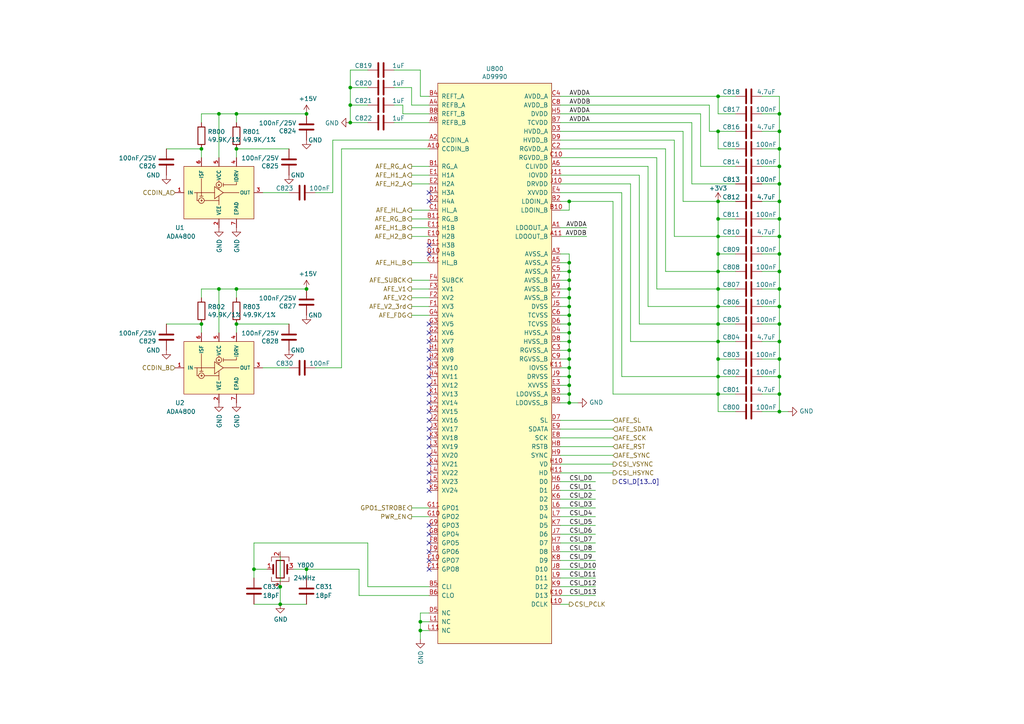
<source format=kicad_sch>
(kicad_sch (version 20210621) (generator eeschema)
  (paper "A4")
  (title_block (title "Sitina Ne") (rev "R0P2") (company "ZephRay"))
  (lib_symbols
    (symbol "Device:C" (pin_numbers hide) (pin_names (offset 0.254))
      (property "Reference" "C" (at 0.635 2.54 0))
      (property "Value" "C" (at 0.635 -2.54 0))
      (symbol "C_0_1"
        (polyline (pts (xy -2.032 -0.762) (xy 2.032 -0.762)) (stroke (width 0.508)))
        (polyline (pts (xy -2.032 0.762) (xy 2.032 0.762)) (stroke (width 0.508)))
      )
      (symbol "C_1_1"
        (pin passive line (at 0 3.81 270) (length 2.794) (name "~") (number "1"))
        (pin passive line (at 0 -3.81 90) (length 2.794) (name "~") (number "2"))
      )
    )
    (symbol "Device:Crystal_GND24" (pin_names (offset 1.016) hide)
      (property "Reference" "Y" (at 3.175 5.08 0))
      (property "Value" "Crystal_GND24" (at 3.175 3.175 0))
      (symbol "Crystal_GND24_0_1"
        (rectangle (start -1.143 2.54) (end 1.143 -2.54) (stroke (width 0.3048)))
        (polyline (pts (xy -2.54 0) (xy -2.032 0)))
        (polyline (pts (xy -2.032 -1.27) (xy -2.032 1.27)) (stroke (width 0.508)))
        (polyline (pts (xy 0 -3.81) (xy 0 -3.556)))
        (polyline (pts (xy 0 3.556) (xy 0 3.81)))
        (polyline (pts (xy 2.032 -1.27) (xy 2.032 1.27)) (stroke (width 0.508)))
        (polyline (pts (xy 2.032 0) (xy 2.54 0)))
        (polyline (pts (xy -2.54 -2.286) (xy -2.54 -3.556) (xy 2.54 -3.556) (xy 2.54 -2.286)))
        (polyline (pts (xy -2.54 2.286) (xy -2.54 3.556) (xy 2.54 3.556) (xy 2.54 2.286)))
      )
      (symbol "Crystal_GND24_1_1"
        (pin passive line (at -3.81 0 0) (length 1.27) (name "1") (number "1"))
        (pin passive line (at 0 5.08 270) (length 1.27) (name "2") (number "2"))
        (pin passive line (at 3.81 0 180) (length 1.27) (name "3") (number "3"))
        (pin passive line (at 0 -5.08 90) (length 1.27) (name "4") (number "4"))
      )
    )
    (symbol "Device:R" (pin_numbers hide) (pin_names (offset 0))
      (property "Reference" "R" (at 2.032 0 90))
      (property "Value" "R" (at 0 0 90))
      (symbol "R_0_1"
        (rectangle (start -1.016 -2.54) (end 1.016 2.54) (stroke (width 0.254)))
      )
      (symbol "R_1_1"
        (pin passive line (at 0 3.81 270) (length 1.27) (name "~") (number "1"))
        (pin passive line (at 0 -3.81 90) (length 1.27) (name "~") (number "2"))
      )
    )
    (symbol "Sitina:AD9990" (pin_names (offset 1.016))
      (property "Reference" "U" (at -13.97 40.64 0))
      (property "Value" "AD9990" (at 2.54 40.64 0))
      (symbol "AD9990_0_1"
        (rectangle (start -15.24 39.37) (end 17.78 -123.19) (fill (type background)))
      )
      (symbol "AD9990_1_1"
        (pin power_out line (at 20.32 -2.54 180) (length 2.54) (name "LDOOUT_A") (number "A1"))
        (pin input line (at -17.78 20.32 0) (length 2.54) (name "CCDIN_B") (number "A10"))
        (pin power_out line (at 20.32 -5.08 180) (length 2.54) (name "LDOOUT_B") (number "A11"))
        (pin input line (at -17.78 22.86 0) (length 2.54) (name "CCDIN_A") (number "A2"))
        (pin power_in line (at 20.32 -10.16 180) (length 2.54) (name "AVSS_A") (number "A3"))
        (pin output line (at -17.78 33.02 0) (length 2.54) (name "REFB_A") (number "A4"))
        (pin power_in line (at 20.32 -12.7 180) (length 2.54) (name "AVSS_A") (number "A5"))
        (pin power_in line (at 20.32 15.24 180) (length 2.54) (name "CLIVDD") (number "A6"))
        (pin power_in line (at 20.32 -17.78 180) (length 2.54) (name "AVSS_B") (number "A7"))
        (pin output line (at -17.78 27.94 0) (length 2.54) (name "REFB_B") (number "A8"))
        (pin power_in line (at 20.32 -20.32 180) (length 2.54) (name "AVSS_B") (number "A9"))
        (pin output line (at -17.78 15.24 0) (length 2.54) (name "RG_A") (number "B1"))
        (pin power_in line (at 20.32 2.54 180) (length 2.54) (name "LDOIN_B") (number "B10"))
        (pin output line (at -17.78 0 0) (length 2.54) (name "RG_B") (number "B11"))
        (pin power_in line (at 20.32 5.08 180) (length 2.54) (name "LDOIN_A") (number "B2"))
        (pin power_in line (at 20.32 -50.8 180) (length 2.54) (name "LDOVSS_A") (number "B3"))
        (pin output line (at -17.78 35.56 0) (length 2.54) (name "REFT_A") (number "B4"))
        (pin input line (at -17.78 -106.68 0) (length 2.54) (name "CLI") (number "B5"))
        (pin output line (at -17.78 -109.22 0) (length 2.54) (name "CLO") (number "B6"))
        (pin power_in line (at 20.32 27.94 180) (length 2.54) (name "TCVDD") (number "B7"))
        (pin output line (at -17.78 30.48 0) (length 2.54) (name "REFT_B") (number "B8"))
        (pin power_in line (at 20.32 -53.34 180) (length 2.54) (name "LDOVSS_B") (number "B9"))
        (pin output line (at -17.78 2.54 0) (length 2.54) (name "HL_A") (number "C1"))
        (pin power_in line (at 20.32 17.78 180) (length 2.54) (name "RGVDD_B") (number "C10"))
        (pin output line (at -17.78 -12.7 0) (length 2.54) (name "HL_B") (number "C11"))
        (pin power_in line (at 20.32 20.32 180) (length 2.54) (name "RGVDD_A") (number "C2"))
        (pin power_in line (at 20.32 -38.1 180) (length 2.54) (name "RGVSS_A") (number "C3"))
        (pin power_in line (at 20.32 35.56 180) (length 2.54) (name "AVDD_A") (number "C4"))
        (pin power_in line (at 20.32 -15.24 180) (length 2.54) (name "AVSS_A") (number "C5"))
        (pin power_in line (at 20.32 -27.94 180) (length 2.54) (name "TCVSS") (number "C6"))
        (pin power_in line (at 20.32 -22.86 180) (length 2.54) (name "AVSS_B") (number "C7"))
        (pin power_in line (at 20.32 33.02 180) (length 2.54) (name "AVDD_B") (number "C8"))
        (pin power_in line (at 20.32 -40.64 180) (length 2.54) (name "RGVSS_B") (number "C9"))
        (pin output line (at -17.78 7.62 0) (length 2.54) (name "H3A") (number "D1"))
        (pin output line (at -17.78 -10.16 0) (length 2.54) (name "H4B") (number "D10"))
        (pin output line (at -17.78 -7.62 0) (length 2.54) (name "H3B") (number "D11"))
        (pin output line (at -17.78 5.08 0) (length 2.54) (name "H4A") (number "D2"))
        (pin power_in line (at 20.32 25.4 180) (length 2.54) (name "HVDD_A") (number "D3"))
        (pin power_in line (at 20.32 -33.02 180) (length 2.54) (name "HVSS_A") (number "D4"))
        (pin unspecified line (at -17.78 -114.3 0) (length 2.54) (name "NC") (number "D5"))
        (pin power_in line (at 20.32 -30.48 180) (length 2.54) (name "TCVSS") (number "D6"))
        (pin input line (at 20.32 -58.42 180) (length 2.54) (name "SL") (number "D7"))
        (pin power_in line (at 20.32 -35.56 180) (length 2.54) (name "HVSS_B") (number "D8"))
        (pin power_in line (at 20.32 22.86 180) (length 2.54) (name "HVDD_B") (number "D9"))
        (pin output line (at -17.78 12.7 0) (length 2.54) (name "H1A") (number "E1"))
        (pin output line (at -17.78 -5.08 0) (length 2.54) (name "H2B") (number "E10"))
        (pin output line (at -17.78 -2.54 0) (length 2.54) (name "H1B") (number "E11"))
        (pin output line (at -17.78 10.16 0) (length 2.54) (name "H2A") (number "E2"))
        (pin power_in line (at 20.32 -48.26 180) (length 2.54) (name "XVVSS") (number "E3"))
        (pin power_in line (at 20.32 7.62 180) (length 2.54) (name "XVVDD") (number "E4"))
        (pin input line (at 20.32 -63.5 180) (length 2.54) (name "SCK") (number "E8"))
        (pin input line (at 20.32 -60.96 180) (length 2.54) (name "SDATA") (number "E9"))
        (pin output line (at -17.78 -25.4 0) (length 2.54) (name "XV3") (number "F1"))
        (pin output line (at -17.78 -99.06 0) (length 2.54) (name "GPO7") (number "F10"))
        (pin output line (at -17.78 -101.6 0) (length 2.54) (name "GPO8") (number "F11"))
        (pin output line (at -17.78 -22.86 0) (length 2.54) (name "XV2") (number "F2"))
        (pin output line (at -17.78 -20.32 0) (length 2.54) (name "XV1") (number "F3"))
        (pin output line (at -17.78 -17.78 0) (length 2.54) (name "SUBCK") (number "F4"))
        (pin output line (at -17.78 -93.98 0) (length 2.54) (name "GPO5") (number "F8"))
        (pin output line (at -17.78 -96.52 0) (length 2.54) (name "GPO6") (number "F9"))
        (pin output line (at -17.78 -35.56 0) (length 2.54) (name "XV7") (number "G1"))
        (pin output line (at -17.78 -86.36 0) (length 2.54) (name "GPO2") (number "G10"))
        (pin output line (at -17.78 -83.82 0) (length 2.54) (name "GPO1") (number "G11"))
        (pin output line (at -17.78 -33.02 0) (length 2.54) (name "XV6") (number "G2"))
        (pin output line (at -17.78 -30.48 0) (length 2.54) (name "XV5") (number "G3"))
        (pin output line (at -17.78 -27.94 0) (length 2.54) (name "XV4") (number "G4"))
        (pin output line (at -17.78 -91.44 0) (length 2.54) (name "GPO4") (number "G8"))
        (pin output line (at -17.78 -88.9 0) (length 2.54) (name "GPO3") (number "G9"))
        (pin output line (at -17.78 -38.1 0) (length 2.54) (name "XV8") (number "H1"))
        (pin output line (at 20.32 -71.12 180) (length 2.54) (name "VD") (number "H10"))
        (pin output line (at 20.32 -73.66 180) (length 2.54) (name "HD") (number "H11"))
        (pin output line (at -17.78 -40.64 0) (length 2.54) (name "XV9") (number "H2"))
        (pin output line (at -17.78 -43.18 0) (length 2.54) (name "XV10") (number "H3"))
        (pin output line (at -17.78 -45.72 0) (length 2.54) (name "XV11") (number "H4"))
        (pin power_in line (at 20.32 30.48 180) (length 2.54) (name "DVDD") (number "H5"))
        (pin output line (at 20.32 -76.2 180) (length 2.54) (name "D0") (number "H6"))
        (pin output line (at 20.32 -93.98 180) (length 2.54) (name "D7") (number "H7"))
        (pin input line (at 20.32 -66.04 180) (length 2.54) (name "RSTB") (number "H8"))
        (pin input line (at 20.32 -68.58 180) (length 2.54) (name "SYNC") (number "H9"))
        (pin output line (at -17.78 -48.26 0) (length 2.54) (name "XV12") (number "J1"))
        (pin power_in line (at 20.32 10.16 180) (length 2.54) (name "DRVDD") (number "J10"))
        (pin power_in line (at 20.32 12.7 180) (length 2.54) (name "IOVDD") (number "J11"))
        (pin output line (at -17.78 -58.42 0) (length 2.54) (name "XV16") (number "J2"))
        (pin output line (at -17.78 -60.96 0) (length 2.54) (name "XV17") (number "J3"))
        (pin output line (at -17.78 -68.58 0) (length 2.54) (name "XV20") (number "J4"))
        (pin power_in line (at 20.32 -25.4 180) (length 2.54) (name "DVSS") (number "J5"))
        (pin output line (at 20.32 -78.74 180) (length 2.54) (name "D1") (number "J6"))
        (pin output line (at 20.32 -91.44 180) (length 2.54) (name "D6") (number "J7"))
        (pin output line (at 20.32 -101.6 180) (length 2.54) (name "D10") (number "J8"))
        (pin power_in line (at 20.32 -45.72 180) (length 2.54) (name "DRVSS") (number "J9"))
        (pin output line (at -17.78 -50.8 0) (length 2.54) (name "XV13") (number "K1"))
        (pin output line (at 20.32 -109.22 180) (length 2.54) (name "D13") (number "K10"))
        (pin power_in line (at 20.32 -43.18 180) (length 2.54) (name "IOVSS") (number "K11"))
        (pin output line (at -17.78 -55.88 0) (length 2.54) (name "XV15") (number "K2"))
        (pin output line (at -17.78 -63.5 0) (length 2.54) (name "XV18") (number "K3"))
        (pin output line (at -17.78 -71.12 0) (length 2.54) (name "XV21") (number "K4"))
        (pin output line (at -17.78 -78.74 0) (length 2.54) (name "XV24") (number "K5"))
        (pin output line (at 20.32 -81.28 180) (length 2.54) (name "D2") (number "K6"))
        (pin output line (at 20.32 -88.9 180) (length 2.54) (name "D5") (number "K7"))
        (pin output line (at 20.32 -99.06 180) (length 2.54) (name "D9") (number "K8"))
        (pin output line (at 20.32 -106.68 180) (length 2.54) (name "D12") (number "K9"))
        (pin unspecified line (at -17.78 -116.84 0) (length 2.54) (name "NC") (number "L1"))
        (pin output line (at 20.32 -111.76 180) (length 2.54) (name "DCLK") (number "L10"))
        (pin unspecified line (at -17.78 -119.38 0) (length 2.54) (name "NC") (number "L11"))
        (pin output line (at -17.78 -53.34 0) (length 2.54) (name "XV14") (number "L2"))
        (pin output line (at -17.78 -66.04 0) (length 2.54) (name "XV19") (number "L3"))
        (pin output line (at -17.78 -73.66 0) (length 2.54) (name "XV22") (number "L4"))
        (pin output line (at -17.78 -76.2 0) (length 2.54) (name "XV23") (number "L5"))
        (pin output line (at 20.32 -83.82 180) (length 2.54) (name "D3") (number "L6"))
        (pin output line (at 20.32 -86.36 180) (length 2.54) (name "D4") (number "L7"))
        (pin output line (at 20.32 -96.52 180) (length 2.54) (name "D8") (number "L8"))
        (pin output line (at 20.32 -104.14 180) (length 2.54) (name "D11") (number "L9"))
      )
    )
    (symbol "Sitina:ADA4800" (pin_names (offset 1.016))
      (property "Reference" "U" (at 0 0 0))
      (property "Value" "ADA4800" (at 0 -2.54 0))
      (symbol "ADA4800_0_1"
        (rectangle (start -10.16 -10.16) (end 10.16 -25.4) (fill (type background)))
        (circle (center 0 -15.494) (radius 0.8128))
        (polyline (pts (xy -7.112 -17.78) (xy -1.27 -17.78)))
        (polyline (pts (xy -6.35 -20.066) (xy -6.35 -17.78)))
        (polyline (pts (xy -6.35 -20.066) (xy -5.969 -20.066)))
        (polyline (pts (xy -5.588 -18.796) (xy -4.572 -18.796)))
        (polyline (pts (xy -5.08 -13.716) (xy -5.08 -18.796)))
        (polyline (pts (xy -4.191 -20.066) (xy 0 -20.066)))
        (polyline (pts (xy 0 -21.336) (xy 0 -18.796)))
        (polyline (pts (xy 0 -16.383) (xy 0 -16.891)))
        (polyline (pts (xy 0 -15.24) (xy 0 -15.748)))
        (polyline (pts (xy 0 -14.605) (xy 0 -14.224)))
        (polyline (pts (xy 1.27 -17.78) (xy 5.842 -17.78)))
        (polyline (pts (xy 1.27 -14.986) (xy 1.27 -16.002)))
        (polyline (pts (xy -0.254 -15.494) (xy 0 -15.748) (xy 0.254 -15.494)))
        (polyline (pts (xy 1.27 -15.494) (xy 5.08 -15.494) (xy 5.08 -14.732)))
        (polyline (pts (xy -1.27 -19.558) (xy 1.27 -17.78) (xy -1.27 -16.002) (xy -1.27 -19.558)))
      )
      (symbol "ADA4800_1_1"
        (circle (center -5.08 -20.066) (radius 0.8128))
        (polyline (pts (xy -5.334 -20.066) (xy -4.826 -20.066)))
        (polyline (pts (xy -5.08 -20.32) (xy -4.826 -20.066) (xy -5.08 -19.812)))
        (pin power_in line (at -12.7 -17.78 0) (length 2.54) (name "IN") (number "1"))
        (pin output line (at 0 -27.94 90) (length 2.54) (name "VEE") (number "2"))
        (pin output line (at 12.7 -17.78 180) (length 2.54) (name "OUT") (number "3"))
        (pin input line (at 5.08 -7.62 270) (length 2.54) (name "IDRV") (number "4"))
        (pin input line (at 0 -7.62 270) (length 2.54) (name "VCC") (number "5"))
        (pin input line (at -5.08 -7.62 270) (length 2.54) (name "ISF") (number "6"))
        (pin output line (at 5.08 -27.94 90) (length 2.54) (name "EPAD") (number "7"))
      )
    )
    (symbol "power:+15V" (power) (pin_names (offset 0))
      (property "Value" "+15V" (at 0 3.556 0))
      (symbol "+15V_0_1"
        (polyline (pts (xy -0.762 1.27) (xy 0 2.54)))
        (polyline (pts (xy 0 0) (xy 0 2.54)))
        (polyline (pts (xy 0 2.54) (xy 0.762 1.27)))
      )
      (symbol "+15V_1_1"
        (pin power_in line (at 0 0 90) (length 0) hide (name "+15V") (number "1"))
      )
    )
    (symbol "power:+3V3" (power) (pin_names (offset 0))
      (property "Value" "+3V3" (at 0 3.556 0))
      (symbol "+3V3_0_1"
        (polyline (pts (xy -0.762 1.27) (xy 0 2.54)))
        (polyline (pts (xy 0 0) (xy 0 2.54)))
        (polyline (pts (xy 0 2.54) (xy 0.762 1.27)))
      )
      (symbol "+3V3_1_1"
        (pin power_in line (at 0 0 90) (length 0) hide (name "+3V3") (number "1"))
      )
    )
    (symbol "power:GND" (power) (pin_names (offset 0))
      (property "Value" "GND" (at 0 -3.81 0))
      (symbol "GND_0_1"
        (polyline (pts (xy 0 0) (xy 0 -1.27) (xy 1.27 -1.27) (xy 0 -2.54) (xy -1.27 -1.27) (xy 0 -1.27)))
      )
      (symbol "GND_1_1"
        (pin power_in line (at 0 0 270) (length 0) hide (name "GND") (number "1"))
      )
    )
  )
  (junction (at 208.28 58.42) (diameter 0.9144))
  (junction (at 226.06 73.66) (diameter 0.9144))
  (junction (at 68.58 93.98) (diameter 0.9144))
  (junction (at 226.06 33.02) (diameter 0.9144))
  (junction (at 226.06 38.1) (diameter 0.9144))
  (junction (at 165.1 111.76) (diameter 0.9144))
  (junction (at 226.06 78.74) (diameter 0.9144))
  (junction (at 73.66 165.1) (diameter 0.9144))
  (junction (at 226.06 83.82) (diameter 0.9144))
  (junction (at 165.1 99.06) (diameter 0.9144))
  (junction (at 208.28 73.66) (diameter 0.9144))
  (junction (at 165.1 58.42) (diameter 0.9144))
  (junction (at 81.28 175.26) (diameter 0.9144))
  (junction (at 208.28 99.06) (diameter 0.9144))
  (junction (at 208.28 63.5) (diameter 0.9144))
  (junction (at 226.06 43.18) (diameter 0.9144))
  (junction (at 121.92 180.34))
  (junction (at 101.6 25.4) (diameter 0.9144))
  (junction (at 68.58 33.02) (diameter 0.9144))
  (junction (at 165.1 83.82) (diameter 0.9144))
  (junction (at 226.06 68.58) (diameter 0.9144))
  (junction (at 165.1 78.74) (diameter 0.9144))
  (junction (at 208.28 109.22) (diameter 0.9144))
  (junction (at 58.42 43.18) (diameter 0.9144))
  (junction (at 58.42 93.98) (diameter 0.9144))
  (junction (at 88.9 83.82) (diameter 0.9144))
  (junction (at 208.28 27.94) (diameter 0.9144))
  (junction (at 226.06 48.26) (diameter 0.9144))
  (junction (at 226.06 63.5) (diameter 0.9144))
  (junction (at 165.1 91.44) (diameter 0.9144))
  (junction (at 165.1 86.36) (diameter 0.9144))
  (junction (at 63.5 33.02) (diameter 0.9144))
  (junction (at 208.28 104.14) (diameter 0.9144))
  (junction (at 208.28 88.9) (diameter 0.9144))
  (junction (at 208.28 114.3) (diameter 0.9144))
  (junction (at 165.1 101.6) (diameter 0.9144))
  (junction (at 226.06 93.98) (diameter 0.9144))
  (junction (at 165.1 114.3) (diameter 0.9144))
  (junction (at 226.06 88.9) (diameter 0.9144))
  (junction (at 226.06 99.06) (diameter 0.9144))
  (junction (at 208.28 38.1) (diameter 0.9144))
  (junction (at 226.06 114.3) (diameter 0.9144))
  (junction (at 101.6 30.48) (diameter 0.9144))
  (junction (at 208.28 68.58) (diameter 0.9144))
  (junction (at 165.1 76.2) (diameter 0.9144))
  (junction (at 226.06 104.14) (diameter 0.9144))
  (junction (at 68.58 83.82) (diameter 0.9144))
  (junction (at 101.6 35.56) (diameter 0.9144))
  (junction (at 226.06 53.34) (diameter 0.9144))
  (junction (at 208.28 78.74) (diameter 0.9144))
  (junction (at 208.28 93.98) (diameter 0.9144))
  (junction (at 165.1 106.68) (diameter 0.9144))
  (junction (at 88.9 165.1) (diameter 0.9144))
  (junction (at 121.92 182.88))
  (junction (at 165.1 81.28) (diameter 0.9144))
  (junction (at 226.06 119.38) (diameter 0.9144))
  (junction (at 208.28 83.82) (diameter 0.9144))
  (junction (at 165.1 109.22) (diameter 0.9144))
  (junction (at 81.28 170.18) (diameter 0.9144))
  (junction (at 226.06 58.42) (diameter 0.9144))
  (junction (at 165.1 116.84) (diameter 0.9144))
  (junction (at 68.58 43.18) (diameter 0.9144))
  (junction (at 165.1 96.52) (diameter 0.9144))
  (junction (at 165.1 104.14) (diameter 0.9144))
  (junction (at 165.1 93.98) (diameter 0.9144))
  (junction (at 165.1 88.9) (diameter 0.9144))
  (junction (at 226.06 109.22) (diameter 0.9144))
  (junction (at 63.5 83.82) (diameter 0.9144))
  (junction (at 88.9 33.02) (diameter 0.9144))
  (no_connect (at 124.46 71.12))
  (no_connect (at 124.46 119.38))
  (no_connect (at 124.46 157.48))
  (no_connect (at 124.46 154.94))
  (no_connect (at 124.46 137.16))
  (no_connect (at 124.46 114.3))
  (no_connect (at 124.46 134.62))
  (no_connect (at 124.46 73.66))
  (no_connect (at 124.46 124.46))
  (no_connect (at 124.46 160.02))
  (no_connect (at 124.46 99.06))
  (no_connect (at 124.46 58.42))
  (no_connect (at 124.46 101.6))
  (no_connect (at 124.46 109.22))
  (no_connect (at 124.46 121.92))
  (no_connect (at 124.46 139.7))
  (no_connect (at 124.46 132.08))
  (no_connect (at 124.46 96.52))
  (no_connect (at 124.46 116.84))
  (no_connect (at 124.46 142.24))
  (no_connect (at 124.46 104.14))
  (no_connect (at 124.46 165.1))
  (no_connect (at 124.46 93.98))
  (no_connect (at 124.46 129.54))
  (no_connect (at 124.46 162.56))
  (no_connect (at 124.46 55.88))
  (no_connect (at 124.46 127))
  (no_connect (at 124.46 152.4))
  (no_connect (at 124.46 111.76))
  (no_connect (at 124.46 106.68))
  (wire (pts (xy 114.3 30.48) (xy 116.84 30.48)))
  (wire (pts (xy 198.12 58.42) (xy 208.28 58.42)))
  (wire (pts (xy 208.28 88.9) (xy 208.28 83.82)))
  (wire (pts (xy 213.36 119.38) (xy 208.28 119.38)))
  (wire (pts (xy 68.58 33.02) (xy 88.9 33.02)))
  (wire (pts (xy 119.38 76.2) (xy 124.46 76.2)))
  (wire (pts (xy 165.1 116.84) (xy 167.64 116.84)))
  (wire (pts (xy 106.68 157.48) (xy 73.66 157.48)))
  (wire (pts (xy 119.38 60.96) (xy 124.46 60.96)))
  (wire (pts (xy 220.98 38.1) (xy 226.06 38.1)))
  (wire (pts (xy 190.5 45.72) (xy 162.56 45.72)))
  (wire (pts (xy 68.58 93.98) (xy 68.58 96.52)))
  (wire (pts (xy 162.56 86.36) (xy 165.1 86.36)))
  (wire (pts (xy 119.38 63.5) (xy 124.46 63.5)))
  (wire (pts (xy 63.5 96.52) (xy 63.5 83.82)))
  (wire (pts (xy 119.38 25.4) (xy 114.3 25.4)))
  (wire (pts (xy 162.56 48.26) (xy 187.96 48.26)))
  (wire (pts (xy 88.9 165.1) (xy 88.9 167.64)))
  (wire (pts (xy 195.58 68.58) (xy 195.58 40.64)))
  (wire (pts (xy 91.44 106.68) (xy 99.06 106.68)))
  (wire (pts (xy 106.68 35.56) (xy 101.6 35.56)))
  (wire (pts (xy 162.56 93.98) (xy 165.1 93.98)))
  (wire (pts (xy 162.56 38.1) (xy 198.12 38.1)))
  (wire (pts (xy 213.36 63.5) (xy 208.28 63.5)))
  (wire (pts (xy 162.56 124.46) (xy 177.8 124.46)))
  (wire (pts (xy 48.26 93.98) (xy 58.42 93.98)))
  (wire (pts (xy 162.56 66.04) (xy 170.18 66.04)))
  (wire (pts (xy 114.3 35.56) (xy 124.46 35.56)))
  (wire (pts (xy 119.38 66.04) (xy 124.46 66.04)))
  (wire (pts (xy 208.28 78.74) (xy 208.28 73.66)))
  (wire (pts (xy 165.1 96.52) (xy 165.1 93.98)))
  (wire (pts (xy 165.1 60.96) (xy 165.1 58.42)))
  (wire (pts (xy 63.5 83.82) (xy 68.58 83.82)))
  (wire (pts (xy 208.28 27.94) (xy 162.56 27.94)))
  (wire (pts (xy 101.6 20.32) (xy 101.6 25.4)))
  (wire (pts (xy 162.56 165.1) (xy 172.72 165.1)))
  (wire (pts (xy 77.47 165.1) (xy 73.66 165.1)))
  (wire (pts (xy 208.28 63.5) (xy 208.28 58.42)))
  (wire (pts (xy 58.42 83.82) (xy 63.5 83.82)))
  (wire (pts (xy 73.66 157.48) (xy 73.66 165.1)))
  (wire (pts (xy 162.56 160.02) (xy 172.72 160.02)))
  (wire (pts (xy 162.56 142.24) (xy 172.72 142.24)))
  (wire (pts (xy 220.98 83.82) (xy 226.06 83.82)))
  (wire (pts (xy 165.1 101.6) (xy 165.1 104.14)))
  (wire (pts (xy 165.1 81.28) (xy 165.1 78.74)))
  (wire (pts (xy 165.1 91.44) (xy 165.1 88.9)))
  (wire (pts (xy 162.56 167.64) (xy 172.72 167.64)))
  (wire (pts (xy 200.66 53.34) (xy 200.66 35.56)))
  (wire (pts (xy 162.56 134.62) (xy 177.8 134.62)))
  (wire (pts (xy 200.66 53.34) (xy 213.36 53.34)))
  (wire (pts (xy 208.28 119.38) (xy 208.28 114.3)))
  (wire (pts (xy 124.46 30.48) (xy 119.38 30.48)))
  (wire (pts (xy 208.28 83.82) (xy 190.5 83.82)))
  (wire (pts (xy 165.1 109.22) (xy 165.1 111.76)))
  (wire (pts (xy 124.46 27.94) (xy 121.92 27.94)))
  (wire (pts (xy 220.98 104.14) (xy 226.06 104.14)))
  (wire (pts (xy 162.56 127) (xy 177.8 127)))
  (wire (pts (xy 58.42 93.98) (xy 58.42 96.52)))
  (wire (pts (xy 162.56 139.7) (xy 172.72 139.7)))
  (wire (pts (xy 220.98 88.9) (xy 226.06 88.9)))
  (wire (pts (xy 208.28 27.94) (xy 213.36 27.94)))
  (wire (pts (xy 165.1 91.44) (xy 162.56 91.44)))
  (wire (pts (xy 187.96 48.26) (xy 187.96 88.9)))
  (wire (pts (xy 220.98 93.98) (xy 226.06 93.98)))
  (wire (pts (xy 205.74 30.48) (xy 205.74 38.1)))
  (wire (pts (xy 162.56 68.58) (xy 170.18 68.58)))
  (wire (pts (xy 114.3 20.32) (xy 121.92 20.32)))
  (wire (pts (xy 193.04 78.74) (xy 208.28 78.74)))
  (wire (pts (xy 119.38 83.82) (xy 124.46 83.82)))
  (wire (pts (xy 208.28 68.58) (xy 208.28 63.5)))
  (wire (pts (xy 177.8 58.42) (xy 177.8 114.3)))
  (wire (pts (xy 220.98 68.58) (xy 226.06 68.58)))
  (wire (pts (xy 208.28 38.1) (xy 213.36 38.1)))
  (wire (pts (xy 208.28 114.3) (xy 208.28 109.22)))
  (wire (pts (xy 96.52 40.64) (xy 96.52 55.88)))
  (wire (pts (xy 119.38 53.34) (xy 124.46 53.34)))
  (wire (pts (xy 165.1 86.36) (xy 165.1 83.82)))
  (wire (pts (xy 226.06 109.22) (xy 226.06 114.3)))
  (wire (pts (xy 58.42 86.36) (xy 58.42 83.82)))
  (wire (pts (xy 162.56 53.34) (xy 182.88 53.34)))
  (wire (pts (xy 226.06 119.38) (xy 228.6 119.38)))
  (wire (pts (xy 162.56 88.9) (xy 165.1 88.9)))
  (wire (pts (xy 208.28 109.22) (xy 180.34 109.22)))
  (wire (pts (xy 208.28 109.22) (xy 208.28 104.14)))
  (wire (pts (xy 165.1 96.52) (xy 165.1 99.06)))
  (wire (pts (xy 185.42 93.98) (xy 185.42 50.8)))
  (wire (pts (xy 106.68 170.18) (xy 106.68 157.48)))
  (wire (pts (xy 165.1 88.9) (xy 165.1 86.36)))
  (wire (pts (xy 165.1 104.14) (xy 165.1 106.68)))
  (wire (pts (xy 208.28 73.66) (xy 208.28 68.58)))
  (wire (pts (xy 162.56 154.94) (xy 172.72 154.94)))
  (wire (pts (xy 116.84 30.48) (xy 116.84 33.02)))
  (wire (pts (xy 162.56 81.28) (xy 165.1 81.28)))
  (wire (pts (xy 162.56 109.22) (xy 165.1 109.22)))
  (wire (pts (xy 208.28 93.98) (xy 185.42 93.98)))
  (wire (pts (xy 119.38 68.58) (xy 124.46 68.58)))
  (wire (pts (xy 220.98 114.3) (xy 226.06 114.3)))
  (wire (pts (xy 208.28 58.42) (xy 213.36 58.42)))
  (wire (pts (xy 208.28 78.74) (xy 213.36 78.74)))
  (wire (pts (xy 83.82 55.88) (xy 76.2 55.88)))
  (wire (pts (xy 162.56 114.3) (xy 165.1 114.3)))
  (wire (pts (xy 58.42 43.18) (xy 58.42 45.72)))
  (wire (pts (xy 208.28 99.06) (xy 182.88 99.06)))
  (wire (pts (xy 226.06 119.38) (xy 220.98 119.38)))
  (wire (pts (xy 226.06 68.58) (xy 226.06 73.66)))
  (wire (pts (xy 226.06 48.26) (xy 226.06 53.34)))
  (wire (pts (xy 198.12 38.1) (xy 198.12 58.42)))
  (wire (pts (xy 190.5 83.82) (xy 190.5 45.72)))
  (wire (pts (xy 208.28 88.9) (xy 213.36 88.9)))
  (wire (pts (xy 104.14 172.72) (xy 124.46 172.72)))
  (wire (pts (xy 177.8 114.3) (xy 208.28 114.3)))
  (wire (pts (xy 124.46 170.18) (xy 106.68 170.18)))
  (wire (pts (xy 162.56 137.16) (xy 177.8 137.16)))
  (wire (pts (xy 208.28 104.14) (xy 208.28 99.06)))
  (wire (pts (xy 220.98 78.74) (xy 226.06 78.74)))
  (wire (pts (xy 213.36 73.66) (xy 208.28 73.66)))
  (wire (pts (xy 68.58 86.36) (xy 68.58 83.82)))
  (wire (pts (xy 208.28 68.58) (xy 195.58 68.58)))
  (wire (pts (xy 165.1 73.66) (xy 162.56 73.66)))
  (wire (pts (xy 162.56 132.08) (xy 177.8 132.08)))
  (wire (pts (xy 165.1 99.06) (xy 165.1 101.6)))
  (wire (pts (xy 226.06 88.9) (xy 226.06 93.98)))
  (wire (pts (xy 162.56 99.06) (xy 165.1 99.06)))
  (wire (pts (xy 73.66 165.1) (xy 73.66 167.64)))
  (wire (pts (xy 226.06 99.06) (xy 226.06 104.14)))
  (wire (pts (xy 119.38 48.26) (xy 124.46 48.26)))
  (wire (pts (xy 165.1 76.2) (xy 165.1 73.66)))
  (wire (pts (xy 180.34 55.88) (xy 162.56 55.88)))
  (wire (pts (xy 220.98 63.5) (xy 226.06 63.5)))
  (wire (pts (xy 226.06 78.74) (xy 226.06 83.82)))
  (wire (pts (xy 119.38 91.44) (xy 124.46 91.44)))
  (wire (pts (xy 208.28 33.02) (xy 208.28 27.94)))
  (wire (pts (xy 162.56 147.32) (xy 172.72 147.32)))
  (wire (pts (xy 208.28 38.1) (xy 208.28 43.18)))
  (wire (pts (xy 83.82 93.98) (xy 68.58 93.98)))
  (wire (pts (xy 68.58 43.18) (xy 68.58 45.72)))
  (wire (pts (xy 203.2 48.26) (xy 213.36 48.26)))
  (wire (pts (xy 119.38 50.8) (xy 124.46 50.8)))
  (wire (pts (xy 162.56 172.72) (xy 172.72 172.72)))
  (wire (pts (xy 165.1 101.6) (xy 162.56 101.6)))
  (wire (pts (xy 208.28 99.06) (xy 208.28 93.98)))
  (wire (pts (xy 162.56 30.48) (xy 205.74 30.48)))
  (wire (pts (xy 162.56 162.56) (xy 172.72 162.56)))
  (wire (pts (xy 165.1 106.68) (xy 162.56 106.68)))
  (wire (pts (xy 81.28 170.18) (xy 81.28 175.26)))
  (wire (pts (xy 220.98 109.22) (xy 226.06 109.22)))
  (wire (pts (xy 226.06 114.3) (xy 226.06 119.38)))
  (wire (pts (xy 226.06 104.14) (xy 226.06 109.22)))
  (wire (pts (xy 165.1 96.52) (xy 162.56 96.52)))
  (wire (pts (xy 68.58 35.56) (xy 68.58 33.02)))
  (wire (pts (xy 116.84 33.02) (xy 124.46 33.02)))
  (wire (pts (xy 119.38 30.48) (xy 119.38 25.4)))
  (wire (pts (xy 101.6 25.4) (xy 101.6 30.48)))
  (wire (pts (xy 220.98 53.34) (xy 226.06 53.34)))
  (wire (pts (xy 106.68 25.4) (xy 101.6 25.4)))
  (wire (pts (xy 220.98 48.26) (xy 226.06 48.26)))
  (wire (pts (xy 73.66 175.26) (xy 81.28 175.26)))
  (wire (pts (xy 104.14 165.1) (xy 104.14 172.72)))
  (wire (pts (xy 124.46 43.18) (xy 99.06 43.18)))
  (wire (pts (xy 101.6 30.48) (xy 101.6 35.56)))
  (wire (pts (xy 226.06 58.42) (xy 226.06 63.5)))
  (wire (pts (xy 162.56 170.18) (xy 172.72 170.18)))
  (wire (pts (xy 165.1 111.76) (xy 162.56 111.76)))
  (wire (pts (xy 208.28 83.82) (xy 208.28 78.74)))
  (wire (pts (xy 193.04 43.18) (xy 193.04 78.74)))
  (wire (pts (xy 226.06 33.02) (xy 226.06 38.1)))
  (wire (pts (xy 203.2 33.02) (xy 203.2 48.26)))
  (wire (pts (xy 162.56 104.14) (xy 165.1 104.14)))
  (wire (pts (xy 121.92 27.94) (xy 121.92 20.32)))
  (wire (pts (xy 48.26 43.18) (xy 58.42 43.18)))
  (wire (pts (xy 121.92 180.34) (xy 121.92 182.88)))
  (wire (pts (xy 124.46 180.34) (xy 121.92 180.34)))
  (wire (pts (xy 63.5 45.72) (xy 63.5 33.02)))
  (wire (pts (xy 162.56 149.86) (xy 172.72 149.86)))
  (wire (pts (xy 162.56 116.84) (xy 165.1 116.84)))
  (wire (pts (xy 220.98 58.42) (xy 226.06 58.42)))
  (wire (pts (xy 165.1 83.82) (xy 165.1 81.28)))
  (wire (pts (xy 124.46 182.88) (xy 121.92 182.88)))
  (wire (pts (xy 121.92 182.88) (xy 121.92 185.42)))
  (wire (pts (xy 226.06 93.98) (xy 226.06 99.06)))
  (wire (pts (xy 162.56 58.42) (xy 165.1 58.42)))
  (wire (pts (xy 165.1 93.98) (xy 165.1 91.44)))
  (wire (pts (xy 220.98 99.06) (xy 226.06 99.06)))
  (wire (pts (xy 165.1 111.76) (xy 165.1 114.3)))
  (wire (pts (xy 162.56 76.2) (xy 165.1 76.2)))
  (wire (pts (xy 185.42 50.8) (xy 162.56 50.8)))
  (wire (pts (xy 187.96 88.9) (xy 208.28 88.9)))
  (wire (pts (xy 162.56 144.78) (xy 172.72 144.78)))
  (wire (pts (xy 162.56 121.92) (xy 177.8 121.92)))
  (wire (pts (xy 213.36 109.22) (xy 208.28 109.22)))
  (wire (pts (xy 119.38 86.36) (xy 124.46 86.36)))
  (wire (pts (xy 213.36 33.02) (xy 208.28 33.02)))
  (wire (pts (xy 63.5 33.02) (xy 68.58 33.02)))
  (wire (pts (xy 213.36 83.82) (xy 208.28 83.82)))
  (wire (pts (xy 220.98 43.18) (xy 226.06 43.18)))
  (wire (pts (xy 58.42 35.56) (xy 58.42 33.02)))
  (wire (pts (xy 124.46 149.86) (xy 119.38 149.86)))
  (wire (pts (xy 205.74 38.1) (xy 208.28 38.1)))
  (wire (pts (xy 91.44 55.88) (xy 96.52 55.88)))
  (wire (pts (xy 162.56 129.54) (xy 177.8 129.54)))
  (wire (pts (xy 96.52 40.64) (xy 124.46 40.64)))
  (wire (pts (xy 208.28 68.58) (xy 213.36 68.58)))
  (wire (pts (xy 195.58 40.64) (xy 162.56 40.64)))
  (wire (pts (xy 83.82 106.68) (xy 76.2 106.68)))
  (wire (pts (xy 165.1 83.82) (xy 162.56 83.82)))
  (wire (pts (xy 226.06 43.18) (xy 226.06 48.26)))
  (wire (pts (xy 83.82 43.18) (xy 68.58 43.18)))
  (wire (pts (xy 162.56 35.56) (xy 200.66 35.56)))
  (wire (pts (xy 124.46 177.8) (xy 121.92 177.8)))
  (wire (pts (xy 121.92 177.8) (xy 121.92 180.34)))
  (wire (pts (xy 203.2 33.02) (xy 162.56 33.02)))
  (wire (pts (xy 213.36 99.06) (xy 208.28 99.06)))
  (wire (pts (xy 220.98 27.94) (xy 226.06 27.94)))
  (wire (pts (xy 213.36 104.14) (xy 208.28 104.14)))
  (wire (pts (xy 165.1 78.74) (xy 162.56 78.74)))
  (wire (pts (xy 99.06 43.18) (xy 99.06 106.68)))
  (wire (pts (xy 208.28 114.3) (xy 213.36 114.3)))
  (wire (pts (xy 162.56 60.96) (xy 165.1 60.96)))
  (wire (pts (xy 58.42 33.02) (xy 63.5 33.02)))
  (wire (pts (xy 165.1 106.68) (xy 165.1 109.22)))
  (wire (pts (xy 68.58 83.82) (xy 88.9 83.82)))
  (wire (pts (xy 182.88 99.06) (xy 182.88 53.34)))
  (wire (pts (xy 220.98 33.02) (xy 226.06 33.02)))
  (wire (pts (xy 88.9 165.1) (xy 104.14 165.1)))
  (wire (pts (xy 213.36 93.98) (xy 208.28 93.98)))
  (wire (pts (xy 165.1 114.3) (xy 165.1 116.84)))
  (wire (pts (xy 226.06 63.5) (xy 226.06 68.58)))
  (wire (pts (xy 162.56 152.4) (xy 172.72 152.4)))
  (wire (pts (xy 220.98 73.66) (xy 226.06 73.66)))
  (wire (pts (xy 177.8 58.42) (xy 165.1 58.42)))
  (wire (pts (xy 208.28 43.18) (xy 213.36 43.18)))
  (wire (pts (xy 226.06 53.34) (xy 226.06 58.42)))
  (wire (pts (xy 226.06 83.82) (xy 226.06 88.9)))
  (wire (pts (xy 162.56 43.18) (xy 193.04 43.18)))
  (wire (pts (xy 101.6 30.48) (xy 106.68 30.48)))
  (wire (pts (xy 85.09 165.1) (xy 88.9 165.1)))
  (wire (pts (xy 81.28 160.02) (xy 81.28 170.18)))
  (wire (pts (xy 106.68 20.32) (xy 101.6 20.32)))
  (wire (pts (xy 165.1 175.26) (xy 162.56 175.26)))
  (wire (pts (xy 208.28 93.98) (xy 208.28 88.9)))
  (wire (pts (xy 162.56 157.48) (xy 172.72 157.48)))
  (wire (pts (xy 165.1 78.74) (xy 165.1 76.2)))
  (wire (pts (xy 88.9 175.26) (xy 81.28 175.26)))
  (wire (pts (xy 226.06 27.94) (xy 226.06 33.02)))
  (wire (pts (xy 119.38 147.32) (xy 124.46 147.32)))
  (wire (pts (xy 119.38 88.9) (xy 124.46 88.9)))
  (wire (pts (xy 119.38 81.28) (xy 124.46 81.28)))
  (wire (pts (xy 226.06 38.1) (xy 226.06 43.18)))
  (wire (pts (xy 226.06 73.66) (xy 226.06 78.74)))
  (wire (pts (xy 180.34 109.22) (xy 180.34 55.88)))
  (label "AVDDA" (at 165.1 27.94 0))
  (label "CSI_D6" (at 165.1 154.94 0))
  (label "AVDDA" (at 165.1 33.02 0))
  (label "CSI_D3" (at 165.1 147.32 0))
  (label "CSI_D8" (at 165.1 160.02 0))
  (label "CSI_D0" (at 165.1 139.7 0))
  (label "CSI_D5" (at 165.1 152.4 0))
  (label "CSI_D12" (at 165.1 170.18 0))
  (label "AVDDA" (at 165.1 35.56 0))
  (label "AVDDB" (at 165.1 30.48 0))
  (label "CSI_D10" (at 165.1 165.1 0))
  (label "CSI_D2" (at 165.1 144.78 0))
  (label "AVDDB" (at 170.18 68.58 180))
  (label "AVDDA" (at 170.18 66.04 180))
  (label "CSI_D4" (at 165.1 149.86 0))
  (label "CSI_D7" (at 165.1 157.48 0))
  (label "CSI_D9" (at 165.1 162.56 0))
  (label "CSI_D13" (at 165.1 172.72 0))
  (label "CSI_D1" (at 165.1 142.24 0))
  (label "CSI_D11" (at 165.1 167.64 0))
  (hierarchical_label "AFE_H1_A" (shape output) (at 119.38 50.8 180))
  (hierarchical_label "CSI_HSYNC" (shape output) (at 177.8 137.16 0))
  (hierarchical_label "AFE_FDG" (shape output) (at 119.38 91.44 180))
  (hierarchical_label "AFE_V2_3rd" (shape output) (at 119.38 88.9 180))
  (hierarchical_label "AFE_SYNC" (shape input) (at 177.8 132.08 0))
  (hierarchical_label "AFE_V2" (shape output) (at 119.38 86.36 180))
  (hierarchical_label "AFE_SL" (shape input) (at 177.8 121.92 0))
  (hierarchical_label "AFE_HL_B" (shape output) (at 119.38 76.2 180))
  (hierarchical_label "AFE_RST" (shape input) (at 177.8 129.54 0))
  (hierarchical_label "AFE_RG_A" (shape output) (at 119.38 48.26 180))
  (hierarchical_label "AFE_SDATA" (shape input) (at 177.8 124.46 0))
  (hierarchical_label "CSI_D[13..0]" (shape output) (at 177.8 139.7 0))
  (hierarchical_label "PWR_EN" (shape output) (at 119.38 149.86 180))
  (hierarchical_label "AFE_SCK" (shape input) (at 177.8 127 0))
  (hierarchical_label "AFE_H1_B" (shape output) (at 119.38 66.04 180))
  (hierarchical_label "AFE_HL_A" (shape output) (at 119.38 60.96 180))
  (hierarchical_label "AFE_H2_B" (shape output) (at 119.38 68.58 180))
  (hierarchical_label "AFE_SUBCK" (shape output) (at 119.38 81.28 180))
  (hierarchical_label "AFE_RG_B" (shape output) (at 119.38 63.5 180))
  (hierarchical_label "CCDIN_B" (shape input) (at 50.8 106.68 180))
  (hierarchical_label "CSI_VSYNC" (shape output) (at 177.8 134.62 0))
  (hierarchical_label "AFE_V1" (shape output) (at 119.38 83.82 180))
  (hierarchical_label "GPO1_STROBE" (shape output) (at 119.38 147.32 180))
  (hierarchical_label "CCDIN_A" (shape input) (at 50.8 55.88 180))
  (hierarchical_label "AFE_H2_A" (shape output) (at 119.38 53.34 180))
  (hierarchical_label "CSI_PCLK" (shape output) (at 165.1 175.26 0))
  (symbol (lib_id "Sitina:AD9990") (at 142.24 63.5 0) (unit 1)
    (property "Reference" "U800" (at 143.51 19.939 0))
    (property "Value" "AD9990" (at 143.51 22.2504 0))
    (property "Footprint" "Footprints:BGA-112_11x11_8.0x8.0mm" (effects hide))
  )
  (symbol (lib_id "power:GND") (at 167.64 116.84 90) (unit 1)
    (property "Reference" "#PWR0204" (effects hide))
    (property "Value" "GND" (at 170.8912 116.713 90) (effects (justify right)))
  )
  (symbol (lib_id "Device:C") (at 217.17 104.14 270) (unit 1)
    (property "Reference" "C803" (at 212.09 102.87 90))
    (property "Value" "100nF" (at 222.25 102.87 90))
    (property "Footprint" "Capacitor_SMD:C_0402_1005Metric" (effects hide))
  )
  (symbol (lib_id "Device:C") (at 217.17 99.06 270) (unit 1)
    (property "Reference" "C804" (at 212.09 97.79 90))
    (property "Value" "4.7uF" (at 222.25 97.79 90))
    (property "Footprint" "Capacitor_SMD:C_0805_2012Metric" (effects hide))
  )
  (symbol (lib_id "Device:C") (at 217.17 109.22 270) (unit 1)
    (property "Reference" "C802" (at 212.09 107.95 90))
    (property "Value" "100nF" (at 222.25 107.95 90))
    (property "Footprint" "Capacitor_SMD:C_0402_1005Metric" (effects hide))
  )
  (symbol (lib_id "Device:C") (at 217.17 119.38 270) (unit 1)
    (property "Reference" "C800" (at 212.09 118.11 90))
    (property "Value" "100nF" (at 222.25 118.11 90))
    (property "Footprint" "Capacitor_SMD:C_0402_1005Metric" (effects hide))
  )
  (symbol (lib_id "Device:C") (at 217.17 114.3 270) (unit 1)
    (property "Reference" "C801" (at 212.09 113.03 90))
    (property "Value" "4.7uF" (at 222.25 113.03 90))
    (property "Footprint" "Capacitor_SMD:C_0805_2012Metric" (effects hide))
  )
  (symbol (lib_id "Device:C") (at 217.17 93.98 270) (unit 1)
    (property "Reference" "C805" (at 212.09 92.71 90))
    (property "Value" "100nF" (at 222.25 92.71 90))
    (property "Footprint" "Capacitor_SMD:C_0402_1005Metric" (effects hide))
  )
  (symbol (lib_id "Device:C") (at 217.17 88.9 270) (unit 1)
    (property "Reference" "C806" (at 212.09 87.63 90))
    (property "Value" "100nF" (at 222.25 87.63 90))
    (property "Footprint" "Capacitor_SMD:C_0402_1005Metric" (effects hide))
  )
  (symbol (lib_id "Device:C") (at 217.17 83.82 270) (unit 1)
    (property "Reference" "C807" (at 212.09 82.55 90))
    (property "Value" "100nF" (at 222.25 82.55 90))
    (property "Footprint" "Capacitor_SMD:C_0402_1005Metric" (effects hide))
  )
  (symbol (lib_id "Device:C") (at 217.17 78.74 270) (unit 1)
    (property "Reference" "C808" (at 212.09 77.47 90))
    (property "Value" "100nF" (at 222.25 77.47 90))
    (property "Footprint" "Capacitor_SMD:C_0402_1005Metric" (effects hide))
  )
  (symbol (lib_id "Device:C") (at 217.17 73.66 270) (unit 1)
    (property "Reference" "C809" (at 212.09 72.39 90))
    (property "Value" "100nF" (at 222.25 72.39 90))
    (property "Footprint" "Capacitor_SMD:C_0402_1005Metric" (effects hide))
  )
  (symbol (lib_id "Device:C") (at 217.17 68.58 270) (unit 1)
    (property "Reference" "C810" (at 212.09 67.31 90))
    (property "Value" "4.7uF" (at 222.25 67.31 90))
    (property "Footprint" "Capacitor_SMD:C_0805_2012Metric" (effects hide))
  )
  (symbol (lib_id "Device:C") (at 217.17 63.5 270) (unit 1)
    (property "Reference" "C811" (at 212.09 62.23 90))
    (property "Value" "100nF" (at 222.25 62.23 90))
    (property "Footprint" "Capacitor_SMD:C_0402_1005Metric" (effects hide))
  )
  (symbol (lib_id "Device:C") (at 217.17 58.42 270) (unit 1)
    (property "Reference" "C812" (at 212.09 57.15 90))
    (property "Value" "4.7uF" (at 222.25 57.15 90))
    (property "Footprint" "Capacitor_SMD:C_0805_2012Metric" (effects hide))
  )
  (symbol (lib_id "Device:C") (at 217.17 53.34 270) (unit 1)
    (property "Reference" "C813" (at 212.09 52.07 90))
    (property "Value" "100nF" (at 222.25 52.07 90))
    (property "Footprint" "Capacitor_SMD:C_0402_1005Metric" (effects hide))
  )
  (symbol (lib_id "Device:C") (at 217.17 48.26 270) (unit 1)
    (property "Reference" "C814" (at 212.09 46.99 90))
    (property "Value" "100nF" (at 222.25 46.99 90))
    (property "Footprint" "Capacitor_SMD:C_0402_1005Metric" (effects hide))
  )
  (symbol (lib_id "Device:C") (at 217.17 43.18 270) (unit 1)
    (property "Reference" "C815" (at 212.09 41.91 90))
    (property "Value" "100nF" (at 222.25 41.91 90))
    (property "Footprint" "Capacitor_SMD:C_0402_1005Metric" (effects hide))
  )
  (symbol (lib_id "Device:C") (at 217.17 38.1 270) (unit 1)
    (property "Reference" "C816" (at 212.09 36.83 90))
    (property "Value" "4.7uF" (at 222.25 36.83 90))
    (property "Footprint" "Capacitor_SMD:C_0805_2012Metric" (effects hide))
  )
  (symbol (lib_id "Device:C") (at 217.17 33.02 270) (unit 1)
    (property "Reference" "C817" (at 212.09 31.75 90))
    (property "Value" "100nF" (at 222.25 31.75 90))
    (property "Footprint" "Capacitor_SMD:C_0402_1005Metric" (effects hide))
  )
  (symbol (lib_id "Device:C") (at 217.17 27.94 270) (unit 1)
    (property "Reference" "C818" (at 212.09 26.67 90))
    (property "Value" "4.7uF" (at 222.25 26.67 90))
    (property "Footprint" "Capacitor_SMD:C_0805_2012Metric" (effects hide))
  )
  (symbol (lib_id "power:+3V3") (at 208.28 58.42 0) (unit 1)
    (property "Reference" "#PWR0207" (effects hide))
    (property "Value" "+3V3" (at 208.28 54.61 0))
  )
  (symbol (lib_id "power:GND") (at 228.6 119.38 90) (unit 1)
    (property "Reference" "#PWR0208" (effects hide))
    (property "Value" "GND" (at 231.8512 119.253 90) (effects (justify right)))
  )
  (symbol (lib_id "Device:C") (at 110.49 20.32 270) (unit 1)
    (property "Reference" "C819" (at 105.41 19.05 90))
    (property "Value" "1uF" (at 115.57 19.05 90))
    (property "Footprint" "Capacitor_SMD:C_0402_1005Metric" (effects hide))
  )
  (symbol (lib_id "Device:C") (at 110.49 25.4 270) (unit 1)
    (property "Reference" "C820" (at 105.41 24.13 90))
    (property "Value" "1uF" (at 115.57 24.13 90))
    (property "Footprint" "Capacitor_SMD:C_0402_1005Metric" (effects hide))
  )
  (symbol (lib_id "Device:C") (at 110.49 30.48 270) (unit 1)
    (property "Reference" "C821" (at 105.41 29.21 90))
    (property "Value" "1uF" (at 115.57 29.21 90))
    (property "Footprint" "Capacitor_SMD:C_0402_1005Metric" (effects hide))
  )
  (symbol (lib_id "Device:C") (at 110.49 35.56 270) (unit 1)
    (property "Reference" "C822" (at 105.41 34.29 90))
    (property "Value" "1uF" (at 115.57 34.29 90))
    (property "Footprint" "Capacitor_SMD:C_0402_1005Metric" (effects hide))
  )
  (symbol (lib_id "power:GND") (at 101.6 35.56 270) (unit 1)
    (property "Reference" "#PWR0209" (effects hide))
    (property "Value" "GND" (at 98.3488 35.687 90) (effects (justify right)))
  )
  (symbol (lib_id "Device:C") (at 87.63 55.88 270) (unit 1)
    (property "Reference" "C823" (at 82.55 54.61 90))
    (property "Value" "100nF" (at 92.71 54.61 90))
    (property "Footprint" "Capacitor_SMD:C_0402_1005Metric" (effects hide))
  )
  (symbol (lib_id "Sitina:ADA4800") (at 63.5 38.1 0) (unit 1)
    (property "Reference" "U1" (at 50.8 66.04 0) (effects (justify left)))
    (property "Value" "ADA4800" (at 48.26 68.58 0) (effects (justify left)))
    (property "Footprint" "Package_DFN_QFN:DFN-6-1EP_2x1.8mm_P0.5mm_EP1.2x1.6mm" (effects hide))
  )
  (symbol (lib_id "power:GND") (at 63.5 66.04 0) (unit 1)
    (property "Reference" "#PWR0210" (effects hide))
    (property "Value" "GND" (at 63.627 69.2912 90) (effects (justify right)))
  )
  (symbol (lib_id "power:GND") (at 68.58 66.04 0) (unit 1)
    (property "Reference" "#PWR0211" (effects hide))
    (property "Value" "GND" (at 68.707 69.2912 90) (effects (justify right)))
  )
  (symbol (lib_id "Device:C") (at 48.26 46.99 0) (unit 1)
    (property "Reference" "C826" (at 45.339 48.1584 0) (effects (justify right)))
    (property "Value" "100nF/25V" (at 45.339 45.847 0) (effects (justify right)))
    (property "Footprint" "Capacitor_SMD:C_0603_1608Metric" (effects hide))
  )
  (symbol (lib_id "power:GND") (at 48.26 50.8 0) (unit 1)
    (property "Reference" "#PWR0212" (effects hide))
    (property "Value" "GND" (at 44.45 50.8 0))
  )
  (symbol (lib_id "Device:C") (at 83.82 46.99 0) (unit 1)
    (property "Reference" "C825" (at 80.899 48.1584 0) (effects (justify right)))
    (property "Value" "100nF/25V" (at 80.899 45.847 0) (effects (justify right)))
    (property "Footprint" "Capacitor_SMD:C_0603_1608Metric" (effects hide))
  )
  (symbol (lib_id "power:GND") (at 83.82 50.8 0) (unit 1)
    (property "Reference" "#PWR0213" (effects hide))
    (property "Value" "GND" (at 86.36 50.8 0))
  )
  (symbol (lib_id "Device:R") (at 58.42 39.37 0) (unit 1)
    (property "Reference" "R800" (at 60.198 38.2016 0) (effects (justify left)))
    (property "Value" "49.9K/1%" (at 60.198 40.513 0) (effects (justify left)))
    (property "Footprint" "Resistor_SMD:R_0402_1005Metric" (effects hide))
  )
  (symbol (lib_id "Device:R") (at 68.58 39.37 0) (unit 1)
    (property "Reference" "R801" (at 70.358 38.2016 0) (effects (justify left)))
    (property "Value" "49.9K/1%" (at 70.358 40.513 0) (effects (justify left)))
    (property "Footprint" "Resistor_SMD:R_0402_1005Metric" (effects hide))
  )
  (symbol (lib_id "Device:C") (at 88.9 36.83 0) (unit 1)
    (property "Reference" "C824" (at 85.979 37.9984 0) (effects (justify right)))
    (property "Value" "100nF/25V" (at 85.979 35.687 0) (effects (justify right)))
    (property "Footprint" "Capacitor_SMD:C_0603_1608Metric" (effects hide))
  )
  (symbol (lib_id "power:GND") (at 88.9 40.64 0) (unit 1)
    (property "Reference" "#PWR0214" (effects hide))
    (property "Value" "GND" (at 91.44 40.64 0))
  )
  (symbol (lib_id "power:+15V") (at 88.9 33.02 0) (unit 1)
    (property "Reference" "#PWR0215" (effects hide))
    (property "Value" "+15V" (at 89.281 28.6258 0))
  )
  (symbol (lib_id "Device:C") (at 87.63 106.68 270) (unit 1)
    (property "Reference" "C830" (at 82.55 105.41 90))
    (property "Value" "100nF" (at 92.71 105.41 90))
    (property "Footprint" "Capacitor_SMD:C_0402_1005Metric" (effects hide))
  )
  (symbol (lib_id "Sitina:ADA4800") (at 63.5 88.9 0) (unit 1)
    (property "Reference" "U2" (at 50.8 116.84 0) (effects (justify left)))
    (property "Value" "ADA4800" (at 48.26 119.38 0) (effects (justify left)))
    (property "Footprint" "Package_DFN_QFN:DFN-6-1EP_2x1.8mm_P0.5mm_EP1.2x1.6mm" (effects hide))
  )
  (symbol (lib_id "power:GND") (at 63.5 116.84 0) (unit 1)
    (property "Reference" "#PWR0216" (effects hide))
    (property "Value" "GND" (at 63.627 120.0912 90) (effects (justify right)))
  )
  (symbol (lib_id "power:GND") (at 68.58 116.84 0) (unit 1)
    (property "Reference" "#PWR0217" (effects hide))
    (property "Value" "GND" (at 68.707 120.0912 90) (effects (justify right)))
  )
  (symbol (lib_id "Device:C") (at 48.26 97.79 0) (unit 1)
    (property "Reference" "C829" (at 45.339 98.9584 0) (effects (justify right)))
    (property "Value" "100nF/25V" (at 45.339 96.647 0) (effects (justify right)))
    (property "Footprint" "Capacitor_SMD:C_0603_1608Metric" (effects hide))
  )
  (symbol (lib_id "power:GND") (at 48.26 101.6 0) (unit 1)
    (property "Reference" "#PWR0218" (effects hide))
    (property "Value" "GND" (at 44.45 101.6 0))
  )
  (symbol (lib_id "Device:C") (at 83.82 97.79 0) (unit 1)
    (property "Reference" "C828" (at 80.899 98.9584 0) (effects (justify right)))
    (property "Value" "100nF/25V" (at 80.899 96.647 0) (effects (justify right)))
    (property "Footprint" "Capacitor_SMD:C_0603_1608Metric" (effects hide))
  )
  (symbol (lib_id "power:GND") (at 83.82 101.6 0) (unit 1)
    (property "Reference" "#PWR0219" (effects hide))
    (property "Value" "GND" (at 86.36 101.6 0))
  )
  (symbol (lib_id "Device:R") (at 58.42 90.17 0) (unit 1)
    (property "Reference" "R802" (at 60.198 89.0016 0) (effects (justify left)))
    (property "Value" "49.9K/1%" (at 60.198 91.313 0) (effects (justify left)))
    (property "Footprint" "Resistor_SMD:R_0402_1005Metric" (effects hide))
  )
  (symbol (lib_id "Device:R") (at 68.58 90.17 0) (unit 1)
    (property "Reference" "R803" (at 70.358 89.0016 0) (effects (justify left)))
    (property "Value" "49.9K/1%" (at 70.358 91.313 0) (effects (justify left)))
    (property "Footprint" "Resistor_SMD:R_0402_1005Metric" (effects hide))
  )
  (symbol (lib_id "Device:C") (at 88.9 87.63 0) (unit 1)
    (property "Reference" "C827" (at 85.979 88.7984 0) (effects (justify right)))
    (property "Value" "100nF/25V" (at 85.979 86.487 0) (effects (justify right)))
    (property "Footprint" "Capacitor_SMD:C_0603_1608Metric" (effects hide))
  )
  (symbol (lib_id "power:GND") (at 88.9 91.44 0) (unit 1)
    (property "Reference" "#PWR0220" (effects hide))
    (property "Value" "GND" (at 91.44 91.44 0))
  )
  (symbol (lib_id "power:+15V") (at 88.9 83.82 0) (unit 1)
    (property "Reference" "#PWR0221" (effects hide))
    (property "Value" "+15V" (at 89.281 79.4258 0))
  )
  (symbol (lib_id "power:GND") (at 81.28 175.26 0) (unit 1)
    (property "Reference" "#PWR0222" (effects hide))
    (property "Value" "GND" (at 81.407 179.6542 0))
  )
  (symbol (lib_id "Device:Crystal_GND24") (at 81.28 165.1 0) (unit 1)
    (property "Reference" "Y800" (at 86.2076 163.9316 0) (effects (justify left)))
    (property "Value" "24MHz" (at 85.09 167.64 0) (effects (justify left)))
    (property "Footprint" "Crystal:Crystal_SMD_3225-4Pin_3.2x2.5mm" (effects hide))
  )
  (symbol (lib_id "Device:C") (at 73.66 171.45 0) (mirror x) (unit 1)
    (property "Reference" "C832" (at 76.2 170.18 0) (effects (justify left)))
    (property "Value" "18pF" (at 76.2 172.72 0) (effects (justify left)))
    (property "Footprint" "Capacitor_SMD:C_0603_1608Metric" (effects hide))
  )
  (symbol (lib_id "Device:C") (at 88.9 171.45 0) (mirror x) (unit 1)
    (property "Reference" "C831" (at 91.44 170.18 0) (effects (justify left)))
    (property "Value" "18pF" (at 91.44 172.72 0) (effects (justify left)))
    (property "Footprint" "Capacitor_SMD:C_0603_1608Metric" (effects hide))
  )
  (symbol (lib_id "power:GND") (at 121.92 185.42 0) (unit 1)
    (property "Reference" "#PWR0136" (effects hide))
    (property "Value" "GND" (at 122.047 188.6712 90) (effects (justify right)))
  )
)
</source>
